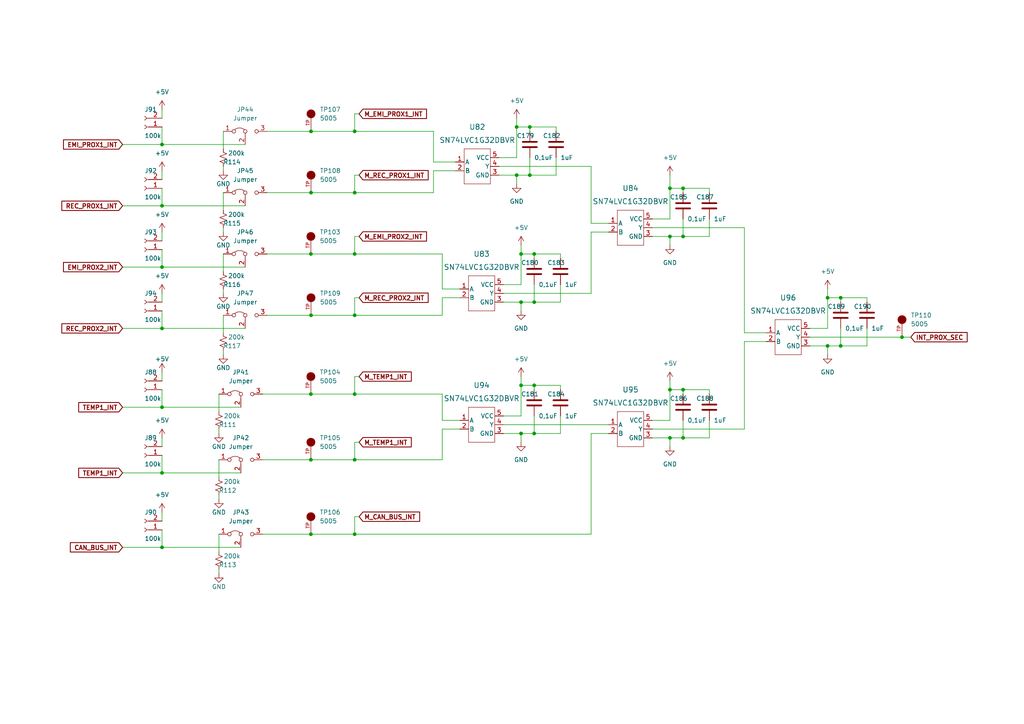
<source format=kicad_sch>
(kicad_sch (version 20211123) (generator eeschema)
  (paper "A4")
  (lib_symbols
    (symbol "Connector:Conn_01x02_Female" (pin_names (offset 1.016) hide)
      (property "Reference" "J" (at 0 2.54 0))
      (property "Value" "Conn_01x02_Female" (at 0 -5.08 0))
      (symbol "Conn_01x02_Female_1_1"
        (arc (start 0 -2.032) (mid -0.508 -2.54) (end 0 -3.048) (stroke (width 0.1524)))
        (polyline (pts (xy -1.27 -2.54) (xy -0.508 -2.54)) (stroke (width 0.1524)))
        (polyline (pts (xy -1.27 0) (xy -0.508 0)) (stroke (width 0.1524)))
        (arc (start 0 0.508) (mid -0.508 0) (end 0 -0.508) (stroke (width 0.1524)))
        (pin passive line (at -5.08 0 0) (length 3.81) (name "Pin_1") (number "1"))
        (pin passive line (at -5.08 -2.54 0) (length 3.81) (name "Pin_2") (number "2"))
      )
    )
    (symbol "Device:C" (pin_numbers hide) (pin_names (offset 0.254))
      (property "Reference" "C" (at 0.635 2.54 0))
      (property "Value" "C" (at 0.635 -2.54 0))
      (symbol "C_0_1"
        (polyline (pts (xy -2.032 -0.762) (xy 2.032 -0.762)) (stroke (width 0.508)))
        (polyline (pts (xy -2.032 0.762) (xy 2.032 0.762)) (stroke (width 0.508)))
      )
      (symbol "C_1_1"
        (pin passive line (at 0 3.81 270) (length 2.794) (name "~") (number "1"))
        (pin passive line (at 0 -3.81 90) (length 2.794) (name "~") (number "2"))
      )
    )
    (symbol "Device:R_Small_US" (pin_numbers hide) (pin_names (offset 0.254) hide)
      (property "Reference" "R" (at 0.762 0.508 0))
      (property "Value" "R_Small_US" (at 0.762 -1.016 0))
      (symbol "R_Small_US_1_1"
        (polyline (pts (xy 0 0) (xy 1.016 -0.381) (xy 0 -0.762) (xy -1.016 -1.143) (xy 0 -1.524)))
        (polyline (pts (xy 0 1.524) (xy 1.016 1.143) (xy 0 0.762) (xy -1.016 0.381) (xy 0 0)))
        (pin passive line (at 0 2.54 270) (length 1.016) (name "~") (number "1"))
        (pin passive line (at 0 -2.54 90) (length 1.016) (name "~") (number "2"))
      )
    )
    (symbol "Jumper:Jumper_3_Bridged12" (pin_names (offset 0) hide)
      (property "Reference" "JP" (at -2.54 -2.54 0))
      (property "Value" "Jumper_3_Bridged12" (at 0 2.794 0))
      (symbol "Jumper_3_Bridged12_0_0"
        (circle (center -3.302 0) (radius 0.508))
        (circle (center 0 0) (radius 0.508))
        (circle (center 3.302 0) (radius 0.508))
      )
      (symbol "Jumper_3_Bridged12_0_1"
        (arc (start -0.254 0.508) (mid -1.651 0.9912) (end -3.048 0.508))
        (polyline (pts (xy 0 -1.27) (xy 0 -0.508)))
      )
      (symbol "Jumper_3_Bridged12_1_1"
        (pin passive line (at -6.35 0 0) (length 2.54) (name "A") (number "1"))
        (pin passive line (at 0 -3.81 90) (length 2.54) (name "C") (number "2"))
        (pin passive line (at 6.35 0 180) (length 2.54) (name "B") (number "3"))
      )
    )
    (symbol "SymLib:5005" (pin_names (offset 1.016))
      (property "Reference" "TP" (at -2.54 2.54 0))
      (property "Value" "5005" (at -2.54 -3.81 0))
      (symbol "5005_0_0"
        (circle (center 0 0) (radius 0.635) (stroke (width 1.27)))
        (pin passive line (at -5.08 0 0) (length 5.08) (name "~") (number "TP"))
      )
    )
    (symbol "SymLib:SN74LVC1G32DBVR" (pin_names (offset 0.254))
      (property "Reference" "U" (at 25.4 10.16 0))
      (property "Value" "SN74LVC1G32DBVR" (at 25.4 7.62 0))
      (symbol "SN74LVC1G32DBVR_0_1"
        (polyline (pts (xy 21.59 -7.62) (xy 29.21 -7.62)) (stroke (width 0.127)))
        (polyline (pts (xy 21.59 2.54) (xy 21.59 -7.62)) (stroke (width 0.127)))
        (polyline (pts (xy 29.21 -7.62) (xy 29.21 2.54)) (stroke (width 0.127)))
        (polyline (pts (xy 29.21 2.54) (xy 21.59 2.54)) (stroke (width 0.127)))
        (pin input line (at 19.05 -1.27 0) (length 2.54) (name "A") (number "1"))
        (pin input line (at 19.05 -3.81 0) (length 2.54) (name "B") (number "2"))
        (pin power_in line (at 31.75 -5.08 180) (length 2.54) (name "GND") (number "3"))
        (pin output line (at 31.75 -2.54 180) (length 2.54) (name "Y") (number "4"))
        (pin power_in line (at 31.75 0 180) (length 2.54) (name "VCC") (number "5"))
      )
    )
    (symbol "power:+5V" (power) (pin_names (offset 0))
      (property "Value" "+5V" (at 0 3.556 0))
      (symbol "+5V_0_1"
        (polyline (pts (xy -0.762 1.27) (xy 0 2.54)))
        (polyline (pts (xy 0 0) (xy 0 2.54)))
        (polyline (pts (xy 0 2.54) (xy 0.762 1.27)))
      )
      (symbol "+5V_1_1"
        (pin power_in line (at 0 0 90) (length 0) hide (name "+5V") (number "1"))
      )
    )
    (symbol "power:GND" (power) (pin_names (offset 0))
      (property "Value" "GND" (at 0 -3.81 0))
      (symbol "GND_0_1"
        (polyline (pts (xy 0 0) (xy 0 -1.27) (xy 1.27 -1.27) (xy 0 -2.54) (xy -1.27 -1.27) (xy 0 -1.27)))
      )
      (symbol "GND_1_1"
        (pin power_in line (at 0 0 270) (length 0) hide (name "GND") (number "1"))
      )
    )
  )
  (junction (at 194.31 68.58))
  (junction (at 102.87 154.94))
  (junction (at 90.17 154.94))
  (junction (at 154.94 125.73))
  (junction (at 151.13 125.73))
  (junction (at 243.84 100.33))
  (junction (at 102.87 91.44))
  (junction (at 240.03 86.36))
  (junction (at 194.31 127))
  (junction (at 46.99 59.69))
  (junction (at 90.17 133.35))
  (junction (at 90.2099 55.88))
  (junction (at 149.86 50.8))
  (junction (at 46.99 118.11))
  (junction (at 198.12 68.58))
  (junction (at 194.31 54.61))
  (junction (at 102.87 133.35))
  (junction (at 243.84 86.36))
  (junction (at 46.99 137.16))
  (junction (at 102.87 114.3))
  (junction (at 154.94 111.76))
  (junction (at 198.12 54.61))
  (junction (at 90.17 114.3))
  (junction (at 198.12 113.03))
  (junction (at 90.17 73.66))
  (junction (at 261.62 97.79))
  (junction (at 151.13 111.76))
  (junction (at 154.94 73.66))
  (junction (at 154.94 87.63))
  (junction (at 153.67 50.8))
  (junction (at 46.99 158.75))
  (junction (at 240.03 100.33))
  (junction (at 153.67 36.83))
  (junction (at 102.87 38.1))
  (junction (at 102.87 55.88))
  (junction (at 46.99 95.25))
  (junction (at 194.31 113.03))
  (junction (at 198.12 127))
  (junction (at 46.99 41.91))
  (junction (at 102.87 73.66))
  (junction (at 149.86 36.83))
  (junction (at 90.2099 38.1))
  (junction (at 151.13 73.66))
  (junction (at 46.99 77.47))
  (junction (at 90.2099 91.44))
  (junction (at 151.13 87.63))
  (wire (pts (xy 90.17 133.35) (xy 102.87 133.35)))
  (wire (pts (xy 154.94 87.63) (xy 162.56 87.63)))
  (wire (pts (xy 215.9 124.46) (xy 189.23 124.46)))
  (wire (pts (xy 205.74 114.3) (xy 205.74 113.03)))
  (wire (pts (xy 102.87 73.66) (xy 128.27 73.66)))
  (wire (pts (xy 104.14 128.27) (xy 102.87 128.27)))
  (wire (pts (xy 90.17 154.94) (xy 102.87 154.94)))
  (wire (pts (xy 102.87 55.88) (xy 125.73 55.88)))
  (wire (pts (xy 104.14 33.02) (xy 102.87 33.02)))
  (wire (pts (xy 151.13 90.17) (xy 151.13 87.63)))
  (wire (pts (xy 154.94 87.63) (xy 151.13 87.63)))
  (wire (pts (xy 102.87 114.3) (xy 128.27 114.3)))
  (wire (pts (xy 198.12 68.58) (xy 205.74 68.58)))
  (wire (pts (xy 125.73 46.99) (xy 132.08 46.99)))
  (wire (pts (xy 222.25 99.06) (xy 215.9 99.06)))
  (wire (pts (xy 64.77 101.6) (xy 64.77 102.87)))
  (wire (pts (xy 46.99 59.69) (xy 71.12 59.69)))
  (wire (pts (xy 205.74 63.5) (xy 205.74 68.58)))
  (wire (pts (xy 128.27 121.92) (xy 133.35 121.92)))
  (wire (pts (xy 128.27 133.35) (xy 128.27 124.46)))
  (wire (pts (xy 35.56 137.16) (xy 46.99 137.16)))
  (wire (pts (xy 153.67 50.8) (xy 149.86 50.8)))
  (wire (pts (xy 243.84 100.33) (xy 251.46 100.33)))
  (wire (pts (xy 63.5 154.94) (xy 63.5 160.02)))
  (wire (pts (xy 149.86 50.8) (xy 144.78 50.8)))
  (wire (pts (xy 154.94 125.73) (xy 151.13 125.73)))
  (wire (pts (xy 125.73 49.53) (xy 132.08 49.53)))
  (wire (pts (xy 90.2099 38.1) (xy 102.87 38.1)))
  (wire (pts (xy 240.03 86.36) (xy 240.03 95.25)))
  (wire (pts (xy 46.99 41.91) (xy 71.12 41.91)))
  (wire (pts (xy 154.94 125.73) (xy 162.56 125.73)))
  (wire (pts (xy 128.27 114.3) (xy 128.27 121.92)))
  (wire (pts (xy 205.74 113.03) (xy 198.12 113.03)))
  (wire (pts (xy 146.05 120.65) (xy 151.13 120.65)))
  (wire (pts (xy 240.03 86.36) (xy 243.84 86.36)))
  (wire (pts (xy 251.46 86.36) (xy 243.84 86.36)))
  (wire (pts (xy 104.14 50.8) (xy 102.87 50.8)))
  (wire (pts (xy 205.74 54.61) (xy 198.12 54.61)))
  (wire (pts (xy 46.99 95.25) (xy 46.99 90.17)))
  (wire (pts (xy 63.5 114.3) (xy 63.5 119.38)))
  (wire (pts (xy 64.77 38.1) (xy 64.77 43.18)))
  (wire (pts (xy 162.56 74.93) (xy 162.56 73.66)))
  (wire (pts (xy 161.29 36.83) (xy 153.67 36.83)))
  (wire (pts (xy 162.56 82.55) (xy 162.56 87.63)))
  (wire (pts (xy 90.17 73.66) (xy 102.87 73.66)))
  (wire (pts (xy 194.31 113.03) (xy 194.31 121.92)))
  (wire (pts (xy 198.12 63.5) (xy 198.12 68.58)))
  (wire (pts (xy 171.45 64.77) (xy 176.53 64.77)))
  (wire (pts (xy 77.47 38.1) (xy 90.2099 38.1)))
  (wire (pts (xy 128.27 86.36) (xy 133.35 86.36)))
  (wire (pts (xy 194.31 113.03) (xy 198.12 113.03)))
  (wire (pts (xy 153.67 38.1) (xy 153.67 36.83)))
  (wire (pts (xy 77.47 55.88) (xy 90.2099 55.88)))
  (wire (pts (xy 240.03 83.82) (xy 240.03 86.36)))
  (wire (pts (xy 198.12 68.58) (xy 194.31 68.58)))
  (wire (pts (xy 151.13 73.66) (xy 154.94 73.66)))
  (wire (pts (xy 154.94 74.93) (xy 154.94 73.66)))
  (wire (pts (xy 46.99 158.75) (xy 69.85 158.75)))
  (wire (pts (xy 198.12 121.92) (xy 198.12 127)))
  (wire (pts (xy 194.31 54.61) (xy 198.12 54.61)))
  (wire (pts (xy 46.99 85.09) (xy 46.99 87.63)))
  (wire (pts (xy 102.87 154.94) (xy 171.45 154.94)))
  (wire (pts (xy 151.13 71.12) (xy 151.13 73.66)))
  (wire (pts (xy 128.27 73.66) (xy 128.27 83.82)))
  (wire (pts (xy 215.9 96.52) (xy 222.25 96.52)))
  (wire (pts (xy 46.99 67.31) (xy 46.99 69.85)))
  (wire (pts (xy 64.77 83.82) (xy 64.77 85.09)))
  (wire (pts (xy 128.27 91.44) (xy 128.27 86.36)))
  (wire (pts (xy 144.78 48.26) (xy 171.45 48.26)))
  (wire (pts (xy 64.77 66.04) (xy 64.77 67.31)))
  (wire (pts (xy 64.77 91.44) (xy 64.77 96.52)))
  (wire (pts (xy 153.67 45.72) (xy 153.67 50.8)))
  (wire (pts (xy 46.99 107.95) (xy 46.99 110.49)))
  (wire (pts (xy 149.86 34.29) (xy 149.86 36.83)))
  (wire (pts (xy 162.56 120.65) (xy 162.56 125.73)))
  (wire (pts (xy 154.94 82.55) (xy 154.94 87.63)))
  (wire (pts (xy 35.56 41.91) (xy 46.99 41.91)))
  (wire (pts (xy 128.27 124.46) (xy 133.35 124.46)))
  (wire (pts (xy 63.5 133.35) (xy 63.5 138.43)))
  (wire (pts (xy 63.5 124.46) (xy 63.5 125.73)))
  (wire (pts (xy 198.12 55.88) (xy 198.12 54.61)))
  (wire (pts (xy 46.99 77.47) (xy 71.12 77.47)))
  (wire (pts (xy 46.99 148.59) (xy 46.99 151.13)))
  (wire (pts (xy 234.95 95.25) (xy 240.03 95.25)))
  (wire (pts (xy 104.14 149.86) (xy 102.87 149.86)))
  (wire (pts (xy 162.56 111.76) (xy 154.94 111.76)))
  (wire (pts (xy 194.31 110.49) (xy 194.31 113.03)))
  (wire (pts (xy 90.2099 91.44) (xy 102.87 91.44)))
  (wire (pts (xy 104.14 109.22) (xy 102.87 109.22)))
  (wire (pts (xy 198.12 127) (xy 205.74 127)))
  (wire (pts (xy 215.9 66.04) (xy 215.9 96.52)))
  (wire (pts (xy 46.99 49.53) (xy 46.99 52.07)))
  (wire (pts (xy 46.99 41.91) (xy 46.99 36.83)))
  (wire (pts (xy 151.13 111.76) (xy 151.13 120.65)))
  (wire (pts (xy 151.13 125.73) (xy 146.05 125.73)))
  (wire (pts (xy 125.73 55.88) (xy 125.73 49.53)))
  (wire (pts (xy 102.87 91.44) (xy 128.27 91.44)))
  (wire (pts (xy 194.31 127) (xy 189.23 127)))
  (wire (pts (xy 46.99 158.75) (xy 46.99 153.67)))
  (wire (pts (xy 46.99 127) (xy 46.99 129.54)))
  (wire (pts (xy 171.45 154.94) (xy 171.45 125.73)))
  (wire (pts (xy 77.47 91.44) (xy 90.2099 91.44)))
  (wire (pts (xy 261.62 97.79) (xy 264.16 97.79)))
  (wire (pts (xy 90.2099 55.88) (xy 102.87 55.88)))
  (wire (pts (xy 240.03 100.33) (xy 234.95 100.33)))
  (wire (pts (xy 171.45 67.31) (xy 171.45 85.09)))
  (wire (pts (xy 251.46 87.63) (xy 251.46 86.36)))
  (wire (pts (xy 154.94 113.03) (xy 154.94 111.76)))
  (wire (pts (xy 149.86 36.83) (xy 149.86 45.72)))
  (wire (pts (xy 151.13 87.63) (xy 146.05 87.63)))
  (wire (pts (xy 90.17 114.3) (xy 76.2 114.3)))
  (wire (pts (xy 205.74 55.88) (xy 205.74 54.61)))
  (wire (pts (xy 102.87 133.35) (xy 128.27 133.35)))
  (wire (pts (xy 149.86 53.34) (xy 149.86 50.8)))
  (wire (pts (xy 64.77 48.26) (xy 64.77 49.53)))
  (wire (pts (xy 64.77 55.88) (xy 64.77 60.96)))
  (wire (pts (xy 46.99 59.69) (xy 46.99 54.61)))
  (wire (pts (xy 102.87 33.02) (xy 102.87 38.1)))
  (wire (pts (xy 146.05 82.55) (xy 151.13 82.55)))
  (wire (pts (xy 205.74 121.92) (xy 205.74 127)))
  (wire (pts (xy 161.29 38.1) (xy 161.29 36.83)))
  (wire (pts (xy 77.47 73.66) (xy 90.17 73.66)))
  (wire (pts (xy 198.12 127) (xy 194.31 127)))
  (wire (pts (xy 243.84 87.63) (xy 243.84 86.36)))
  (wire (pts (xy 144.78 45.72) (xy 149.86 45.72)))
  (wire (pts (xy 234.95 97.79) (xy 261.62 97.79)))
  (wire (pts (xy 35.56 118.11) (xy 46.99 118.11)))
  (wire (pts (xy 149.86 36.83) (xy 153.67 36.83)))
  (wire (pts (xy 102.87 86.36) (xy 102.87 91.44)))
  (wire (pts (xy 35.56 59.69) (xy 46.99 59.69)))
  (wire (pts (xy 243.84 100.33) (xy 240.03 100.33)))
  (wire (pts (xy 90.17 114.3) (xy 102.87 114.3)))
  (wire (pts (xy 76.2 133.35) (xy 90.17 133.35)))
  (wire (pts (xy 151.13 128.27) (xy 151.13 125.73)))
  (wire (pts (xy 46.99 137.16) (xy 46.99 132.08)))
  (wire (pts (xy 63.5 143.51) (xy 63.5 144.78)))
  (wire (pts (xy 194.31 71.12) (xy 194.31 68.58)))
  (wire (pts (xy 251.46 95.25) (xy 251.46 100.33)))
  (wire (pts (xy 151.13 73.66) (xy 151.13 82.55)))
  (wire (pts (xy 35.56 77.47) (xy 46.99 77.47)))
  (wire (pts (xy 46.99 77.47) (xy 46.99 72.39)))
  (wire (pts (xy 146.05 85.09) (xy 171.45 85.09)))
  (wire (pts (xy 64.77 73.66) (xy 64.77 78.74)))
  (wire (pts (xy 171.45 48.26) (xy 171.45 64.77)))
  (wire (pts (xy 102.87 149.86) (xy 102.87 154.94)))
  (wire (pts (xy 189.23 66.04) (xy 215.9 66.04)))
  (wire (pts (xy 102.87 38.1) (xy 125.73 38.1)))
  (wire (pts (xy 63.5 165.1) (xy 63.5 166.37)))
  (wire (pts (xy 153.67 50.8) (xy 161.29 50.8)))
  (wire (pts (xy 151.13 111.76) (xy 154.94 111.76)))
  (wire (pts (xy 189.23 121.92) (xy 194.31 121.92)))
  (wire (pts (xy 35.56 158.75) (xy 46.99 158.75)))
  (wire (pts (xy 176.53 67.31) (xy 171.45 67.31)))
  (wire (pts (xy 162.56 113.03) (xy 162.56 111.76)))
  (wire (pts (xy 102.87 109.22) (xy 102.87 114.3)))
  (wire (pts (xy 154.94 120.65) (xy 154.94 125.73)))
  (wire (pts (xy 102.87 50.8) (xy 102.87 55.88)))
  (wire (pts (xy 151.13 109.22) (xy 151.13 111.76)))
  (wire (pts (xy 215.9 99.06) (xy 215.9 124.46)))
  (wire (pts (xy 102.87 68.58) (xy 102.87 73.66)))
  (wire (pts (xy 35.56 95.25) (xy 46.99 95.25)))
  (wire (pts (xy 162.56 73.66) (xy 154.94 73.66)))
  (wire (pts (xy 104.14 86.36) (xy 102.87 86.36)))
  (wire (pts (xy 194.31 50.8) (xy 194.31 54.61)))
  (wire (pts (xy 46.99 95.25) (xy 71.12 95.25)))
  (wire (pts (xy 240.03 102.87) (xy 240.03 100.33)))
  (wire (pts (xy 194.31 54.61) (xy 194.31 63.5)))
  (wire (pts (xy 198.12 114.3) (xy 198.12 113.03)))
  (wire (pts (xy 46.99 118.11) (xy 46.99 113.03)))
  (wire (pts (xy 194.31 129.54) (xy 194.31 127)))
  (wire (pts (xy 194.31 68.58) (xy 189.23 68.58)))
  (wire (pts (xy 146.05 123.19) (xy 176.53 123.19)))
  (wire (pts (xy 243.84 95.25) (xy 243.84 100.33)))
  (wire (pts (xy 171.45 125.73) (xy 176.53 125.73)))
  (wire (pts (xy 104.14 68.58) (xy 102.87 68.58)))
  (wire (pts (xy 76.2 154.94) (xy 90.17 154.94)))
  (wire (pts (xy 46.99 118.11) (xy 69.85 118.11)))
  (wire (pts (xy 161.29 45.72) (xy 161.29 50.8)))
  (wire (pts (xy 189.23 63.5) (xy 194.31 63.5)))
  (wire (pts (xy 125.73 38.1) (xy 125.73 46.99)))
  (wire (pts (xy 46.99 31.75) (xy 46.99 34.29)))
  (wire (pts (xy 128.27 83.82) (xy 133.35 83.82)))
  (wire (pts (xy 102.87 128.27) (xy 102.87 133.35)))
  (wire (pts (xy 46.99 137.16) (xy 69.85 137.16)))
  (global_label "M_CAN_BUS_INT" (shape input) (at 104.14 149.86 0) (effects (font bold)) (property "Intersheet References" "${INTERSHEET_REFS}" (effects hide)))
  (global_label "CAN_BUS_INT" (shape input) (at 35.56 158.75 180) (effects (font bold)) (property "Intersheet References" "${INTERSHEET_REFS}" (effects hide)))
  (global_label "TEMP1_INT" (shape input) (at 35.56 118.11 180) (effects (font bold)) (property "Intersheet References" "${INTERSHEET_REFS}" (effects hide)))
  (global_label "M_EMI_PROX2_INT" (shape input) (at 104.14 68.58 0) (effects (font bold)) (property "Intersheet References" "${INTERSHEET_REFS}" (effects hide)))
  (global_label "M_TEMP1_INT" (shape input) (at 104.14 128.27 0) (effects (font bold)) (property "Intersheet References" "${INTERSHEET_REFS}" (effects hide)))
  (global_label "M_TEMP1_INT" (shape input) (at 104.14 109.22 0) (effects (font bold)) (property "Intersheet References" "${INTERSHEET_REFS}" (effects hide)))
  (global_label "M_REC_PROX1_INT" (shape input) (at 104.14 50.8 0) (effects (font bold)) (property "Intersheet References" "${INTERSHEET_REFS}" (effects hide)))
  (global_label "EMI_PROX2_INT" (shape input) (at 35.56 77.47 180) (effects (font bold)) (property "Intersheet References" "${INTERSHEET_REFS}" (effects hide)))
  (global_label "TEMP1_INT" (shape input) (at 35.56 137.16 180) (effects (font bold)) (property "Intersheet References" "${INTERSHEET_REFS}" (effects hide)))
  (global_label "M_EMI_PROX1_INT" (shape input) (at 104.14 33.02 0) (effects (font bold)) (property "Intersheet References" "${INTERSHEET_REFS}" (effects hide)))
  (global_label "REC_PROX2_INT" (shape input) (at 35.56 95.25 180) (effects (font bold)) (property "Intersheet References" "${INTERSHEET_REFS}" (effects hide)))
  (global_label "M_REC_PROX2_INT" (shape input) (at 104.14 86.36 0) (effects (font bold)) (property "Intersheet References" "${INTERSHEET_REFS}" (effects hide)))
  (global_label "REC_PROX1_INT" (shape input) (at 35.56 59.69 180) (effects (font bold)) (property "Intersheet References" "${INTERSHEET_REFS}" (effects hide)))
  (global_label "INT_PROX_SEC" (shape input) (at 264.16 97.79 0) (effects (font bold)) (property "Intersheet References" "${INTERSHEET_REFS}" (effects hide)))
  (global_label "EMI_PROX1_INT" (shape input) (at 35.56 41.91 180) (effects (font bold)) (property "Intersheet References" "${INTERSHEET_REFS}" (effects hide)))
  (symbol (lib_id "Jumper:Jumper_3_Bridged12") (at 71.12 55.88 0) (unit 1)
    (property "Reference" "JP45" (at 71.12 49.53 0))
    (property "Value" "Jumper" (at 71.12 52.07 0))
    (property "Footprint" "Connector_PinHeader_2.54mm:PinHeader_1x03_P2.54mm_Vertical" (effects hide))
  )
  (symbol (lib_id "power:GND") (at 151.13 128.27 0) (unit 1)
    (property "Reference" "#PWR0469" (effects hide))
    (property "Value" "GND" (at 151.13 133.35 0))
  )
  (symbol (lib_id "Device:C") (at 198.12 118.11 0) (unit 1)
    (property "Reference" "C186" (at 194.31 115.57 0) (effects (justify left)))
    (property "Value" "0,1uF" (at 199.39 121.92 0) (effects (justify left)))
    (property "Footprint" "Capacitor_SMD:C_0603_1608Metric" (effects hide))
  )
  (symbol (lib_id "Device:C") (at 162.56 78.74 0) (unit 1)
    (property "Reference" "C183" (at 158.75 76.2 0) (effects (justify left)))
    (property "Value" "1uF" (at 163.83 82.55 0) (effects (justify left)))
    (property "Footprint" "Capacitor_SMD:C_0603_1608Metric" (effects hide))
  )
  (symbol (lib_id "SymLib:SN74LVC1G32DBVR") (at 113.03 45.72 0) (unit 1)
    (property "Reference" "U82" (at 138.43 36.83 0) (effects (font (size 1.524 1.524))))
    (property "Value" "SN74LVC1G32DBVR" (at 138.43 40.64 0) (effects (font (size 1.524 1.524))))
    (property "Footprint" "FootPrint:SOT95P270X145-5N" (effects hide))
  )
  (symbol (lib_id "power:GND") (at 151.13 90.17 0) (unit 1)
    (property "Reference" "#PWR0445" (effects hide))
    (property "Value" "GND" (at 151.13 95.25 0))
  )
  (symbol (lib_id "Device:R_Small_US") (at 63.5 121.92 0) (unit 1)
    (property "Reference" "R111" (at 66.04 123.19 0))
    (property "Value" "200k" (at 67.31 120.65 0))
    (property "Footprint" "Resistor_SMD:R_0603_1608Metric" (effects hide))
  )
  (symbol (lib_id "Device:C") (at 153.67 41.91 0) (unit 1)
    (property "Reference" "C179" (at 149.86 39.37 0) (effects (justify left)))
    (property "Value" "0,1uF" (at 154.94 45.72 0) (effects (justify left)))
    (property "Footprint" "Capacitor_SMD:C_0603_1608Metric" (effects hide))
  )
  (symbol (lib_id "Jumper:Jumper_3_Bridged12") (at 71.12 38.1 0) (unit 1)
    (property "Reference" "JP44" (at 71.12 31.75 0))
    (property "Value" "Jumper" (at 71.12 34.29 0))
    (property "Footprint" "Connector_PinHeader_2.54mm:PinHeader_1x03_P2.54mm_Vertical" (effects hide))
  )
  (symbol (lib_id "power:GND") (at 194.31 71.12 0) (unit 1)
    (property "Reference" "#PWR0448" (effects hide))
    (property "Value" "GND" (at 194.31 76.2 0))
  )
  (symbol (lib_id "Connector:Conn_01x02_Female") (at 41.91 153.67 180) (unit 1)
    (property "Reference" "J90" (at 41.91 148.59 0) (effects (justify right)))
    (property "Value" "100k" (at 41.91 156.21 0) (effects (justify right)))
    (property "Footprint" "Connector_PinHeader_2.54mm:PinHeader_1x02_P2.54mm_Vertical" (effects hide))
  )
  (symbol (lib_id "power:GND") (at 149.86 53.34 0) (unit 1)
    (property "Reference" "#PWR0444" (effects hide))
    (property "Value" "GND" (at 149.86 58.42 0))
  )
  (symbol (lib_id "SymLib:SN74LVC1G32DBVR") (at 157.48 121.92 0) (unit 1)
    (property "Reference" "U95" (at 182.88 113.03 0) (effects (font (size 1.524 1.524))))
    (property "Value" "SN74LVC1G32DBVR" (at 182.88 116.84 0) (effects (font (size 1.524 1.524))))
    (property "Footprint" "FootPrint:SOT95P270X145-5N" (effects hide))
  )
  (symbol (lib_id "power:+5V") (at 151.13 109.22 0) (unit 1)
    (property "Reference" "#PWR0468" (effects hide))
    (property "Value" "+5V" (at 151.13 104.14 0))
  )
  (symbol (lib_id "power:GND") (at 64.77 67.31 0) (unit 1)
    (property "Reference" "#PWR0441" (effects hide))
    (property "Value" "GND" (at 64.77 71.12 0))
  )
  (symbol (lib_id "SymLib:5005") (at 90.17 109.22 90) (unit 1)
    (property "Reference" "TP104" (at 92.71 107.9499 90) (effects (justify right)))
    (property "Value" "5005" (at 92.71 110.4899 90) (effects (justify right)))
    (property "Footprint" "FootPrint:KEYSTONE_5005" (effects hide))
    (property "MF" "Keystone Electronics" (effects hide))
    (property "DESCRIPTION" "Compact THM Test Point -Red" (effects hide))
    (property "PACKAGE" "NON STANDARD-1 Keystone" (effects hide))
    (property "PRICE" "None" (effects hide))
    (property "MP" "5005" (effects hide))
    (property "AVAILABILITY" "In Stock" (effects hide))
    (property "PURCHASE-URL" "https://pricing.snapeda.com/search/part/5005/?ref=eda" (effects hide))
  )
  (symbol (lib_id "Device:R_Small_US") (at 64.77 45.72 0) (unit 1)
    (property "Reference" "R114" (at 67.31 46.99 0))
    (property "Value" "200k" (at 68.58 44.45 0))
    (property "Footprint" "Resistor_SMD:R_0603_1608Metric" (effects hide))
  )
  (symbol (lib_id "power:GND") (at 63.5 166.37 0) (unit 1)
    (property "Reference" "#PWR0467" (effects hide))
    (property "Value" "GND" (at 63.5 170.18 0))
  )
  (symbol (lib_id "Connector:Conn_01x02_Female") (at 41.91 54.61 180) (unit 1)
    (property "Reference" "J92" (at 41.91 49.53 0) (effects (justify right)))
    (property "Value" "100k" (at 41.91 57.15 0) (effects (justify right)))
    (property "Footprint" "Connector_PinHeader_2.54mm:PinHeader_1x02_P2.54mm_Vertical" (effects hide))
  )
  (symbol (lib_id "Connector:Conn_01x02_Female") (at 41.91 90.17 180) (unit 1)
    (property "Reference" "J94" (at 41.91 85.09 0) (effects (justify right)))
    (property "Value" "100k" (at 41.91 92.71 0) (effects (justify right)))
    (property "Footprint" "Connector_PinHeader_2.54mm:PinHeader_1x02_P2.54mm_Vertical" (effects hide))
  )
  (symbol (lib_id "Device:C") (at 162.56 116.84 0) (unit 1)
    (property "Reference" "C184" (at 158.75 114.3 0) (effects (justify left)))
    (property "Value" "1uF" (at 163.83 120.65 0) (effects (justify left)))
    (property "Footprint" "Capacitor_SMD:C_0603_1608Metric" (effects hide))
  )
  (symbol (lib_id "power:+5V") (at 46.99 49.53 0) (unit 1)
    (property "Reference" "#PWR0437" (effects hide))
    (property "Value" "+5V" (at 46.99 44.45 0))
  )
  (symbol (lib_id "Device:C") (at 205.74 118.11 0) (unit 1)
    (property "Reference" "C188" (at 201.93 115.57 0) (effects (justify left)))
    (property "Value" "1uF" (at 207.01 121.92 0) (effects (justify left)))
    (property "Footprint" "Capacitor_SMD:C_0603_1608Metric" (effects hide))
  )
  (symbol (lib_id "SymLib:5005") (at 90.2099 50.8 90) (unit 1)
    (property "Reference" "TP108" (at 92.7499 49.5299 90) (effects (justify right)))
    (property "Value" "5005" (at 92.7499 52.0699 90) (effects (justify right)))
    (property "Footprint" "FootPrint:KEYSTONE_5005" (effects hide))
    (property "MF" "Keystone Electronics" (effects hide))
    (property "DESCRIPTION" "Compact THM Test Point -Red" (effects hide))
    (property "PACKAGE" "NON STANDARD-1 Keystone" (effects hide))
    (property "PRICE" "None" (effects hide))
    (property "MP" "5005" (effects hide))
    (property "AVAILABILITY" "In Stock" (effects hide))
    (property "PURCHASE-URL" "https://pricing.snapeda.com/search/part/5005/?ref=eda" (effects hide))
  )
  (symbol (lib_id "SymLib:SN74LVC1G32DBVR") (at 114.3 120.65 0) (unit 1)
    (property "Reference" "U94" (at 139.7 111.76 0) (effects (font (size 1.524 1.524))))
    (property "Value" "SN74LVC1G32DBVR" (at 139.7 115.57 0) (effects (font (size 1.524 1.524))))
    (property "Footprint" "FootPrint:SOT95P270X145-5N" (effects hide))
  )
  (symbol (lib_id "power:+5V") (at 240.03 83.82 0) (unit 1)
    (property "Reference" "#PWR0472" (effects hide))
    (property "Value" "+5V" (at 240.03 78.74 0))
  )
  (symbol (lib_id "Jumper:Jumper_3_Bridged12") (at 71.12 73.66 0) (unit 1)
    (property "Reference" "JP46" (at 71.12 67.31 0))
    (property "Value" "Jumper" (at 71.12 69.85 0))
    (property "Footprint" "Connector_PinHeader_2.54mm:PinHeader_1x03_P2.54mm_Vertical" (effects hide))
  )
  (symbol (lib_id "Device:C") (at 205.74 59.69 0) (unit 1)
    (property "Reference" "C187" (at 201.93 57.15 0) (effects (justify left)))
    (property "Value" "1uF" (at 207.01 63.5 0) (effects (justify left)))
    (property "Footprint" "Capacitor_SMD:C_0603_1608Metric" (effects hide))
  )
  (symbol (lib_id "SymLib:5005") (at 90.2099 33.02 90) (unit 1)
    (property "Reference" "TP107" (at 92.7499 31.7499 90) (effects (justify right)))
    (property "Value" "5005" (at 92.7499 34.2899 90) (effects (justify right)))
    (property "Footprint" "FootPrint:KEYSTONE_5005" (effects hide))
    (property "MF" "Keystone Electronics" (effects hide))
    (property "DESCRIPTION" "Compact THM Test Point -Red" (effects hide))
    (property "PACKAGE" "NON STANDARD-1 Keystone" (effects hide))
    (property "PRICE" "None" (effects hide))
    (property "MP" "5005" (effects hide))
    (property "AVAILABILITY" "In Stock" (effects hide))
    (property "PURCHASE-URL" "https://pricing.snapeda.com/search/part/5005/?ref=eda" (effects hide))
  )
  (symbol (lib_id "power:GND") (at 64.77 85.09 0) (unit 1)
    (property "Reference" "#PWR0442" (effects hide))
    (property "Value" "GND" (at 64.77 88.9 0))
  )
  (symbol (lib_id "power:+5V") (at 46.99 85.09 0) (unit 1)
    (property "Reference" "#PWR0439" (effects hide))
    (property "Value" "+5V" (at 46.99 80.01 0))
  )
  (symbol (lib_id "power:GND") (at 64.77 49.53 0) (unit 1)
    (property "Reference" "#PWR0440" (effects hide))
    (property "Value" "GND" (at 64.77 53.34 0))
  )
  (symbol (lib_id "SymLib:5005") (at 90.17 149.86 90) (unit 1)
    (property "Reference" "TP106" (at 92.71 148.5899 90) (effects (justify right)))
    (property "Value" "5005" (at 92.71 151.1299 90) (effects (justify right)))
    (property "Footprint" "FootPrint:KEYSTONE_5005" (effects hide))
    (property "MF" "Keystone Electronics" (effects hide))
    (property "DESCRIPTION" "Compact THM Test Point -Red" (effects hide))
    (property "PACKAGE" "NON STANDARD-1 Keystone" (effects hide))
    (property "PRICE" "None" (effects hide))
    (property "MP" "5005" (effects hide))
    (property "AVAILABILITY" "In Stock" (effects hide))
    (property "PURCHASE-URL" "https://pricing.snapeda.com/search/part/5005/?ref=eda" (effects hide))
  )
  (symbol (lib_id "power:GND") (at 63.5 144.78 0) (unit 1)
    (property "Reference" "#PWR0466" (effects hide))
    (property "Value" "GND" (at 63.5 148.59 0))
  )
  (symbol (lib_id "Connector:Conn_01x02_Female") (at 41.91 36.83 180) (unit 1)
    (property "Reference" "J91" (at 41.91 31.75 0) (effects (justify right)))
    (property "Value" "100k" (at 41.91 39.37 0) (effects (justify right)))
    (property "Footprint" "Connector_PinHeader_2.54mm:PinHeader_1x02_P2.54mm_Vertical" (effects hide))
  )
  (symbol (lib_id "power:GND") (at 64.77 102.87 0) (unit 1)
    (property "Reference" "#PWR0443" (effects hide))
    (property "Value" "GND" (at 64.77 106.68 0))
  )
  (symbol (lib_id "power:+5V") (at 46.99 107.95 0) (unit 1)
    (property "Reference" "#PWR0462" (effects hide))
    (property "Value" "+5V" (at 46.99 104.14 0))
  )
  (symbol (lib_id "Device:C") (at 154.94 116.84 0) (unit 1)
    (property "Reference" "C181" (at 151.13 114.3 0) (effects (justify left)))
    (property "Value" "0,1uF" (at 156.21 120.65 0) (effects (justify left)))
    (property "Footprint" "Capacitor_SMD:C_0603_1608Metric" (effects hide))
  )
  (symbol (lib_id "SymLib:SN74LVC1G32DBVR") (at 203.2 95.25 0) (unit 1)
    (property "Reference" "U96" (at 228.6 86.36 0) (effects (font (size 1.524 1.524))))
    (property "Value" "SN74LVC1G32DBVR" (at 228.6 90.17 0) (effects (font (size 1.524 1.524))))
    (property "Footprint" "FootPrint:SOT95P270X145-5N" (effects hide))
  )
  (symbol (lib_id "SymLib:SN74LVC1G32DBVR") (at 157.48 63.5 0) (unit 1)
    (property "Reference" "U84" (at 182.88 54.61 0) (effects (font (size 1.524 1.524))))
    (property "Value" "SN74LVC1G32DBVR" (at 182.88 58.42 0) (effects (font (size 1.524 1.524))))
    (property "Footprint" "FootPrint:SOT95P270X145-5N" (effects hide))
  )
  (symbol (lib_id "SymLib:5005") (at 90.17 128.27 90) (unit 1)
    (property "Reference" "TP105" (at 92.71 126.9999 90) (effects (justify right)))
    (property "Value" "5005" (at 92.71 129.5399 90) (effects (justify right)))
    (property "Footprint" "FootPrint:KEYSTONE_5005" (effects hide))
    (property "MF" "Keystone Electronics" (effects hide))
    (property "DESCRIPTION" "Compact THM Test Point -Red" (effects hide))
    (property "PACKAGE" "NON STANDARD-1 Keystone" (effects hide))
    (property "PRICE" "None" (effects hide))
    (property "MP" "5005" (effects hide))
    (property "AVAILABILITY" "In Stock" (effects hide))
    (property "PURCHASE-URL" "https://pricing.snapeda.com/search/part/5005/?ref=eda" (effects hide))
  )
  (symbol (lib_id "SymLib:5005") (at 90.17 68.58 90) (unit 1)
    (property "Reference" "TP103" (at 92.71 67.3099 90) (effects (justify right)))
    (property "Value" "5005" (at 92.71 69.8499 90) (effects (justify right)))
    (property "Footprint" "FootPrint:KEYSTONE_5005" (effects hide))
    (property "MF" "Keystone Electronics" (effects hide))
    (property "DESCRIPTION" "Compact THM Test Point -Red" (effects hide))
    (property "PACKAGE" "NON STANDARD-1 Keystone" (effects hide))
    (property "PRICE" "None" (effects hide))
    (property "MP" "5005" (effects hide))
    (property "AVAILABILITY" "In Stock" (effects hide))
    (property "PURCHASE-URL" "https://pricing.snapeda.com/search/part/5005/?ref=eda" (effects hide))
  )
  (symbol (lib_id "SymLib:5005") (at 90.2099 86.36 90) (unit 1)
    (property "Reference" "TP109" (at 92.7499 85.0899 90) (effects (justify right)))
    (property "Value" "5005" (at 92.7499 87.6299 90) (effects (justify right)))
    (property "Footprint" "FootPrint:KEYSTONE_5005" (effects hide))
    (property "MF" "Keystone Electronics" (effects hide))
    (property "DESCRIPTION" "Compact THM Test Point -Red" (effects hide))
    (property "PACKAGE" "NON STANDARD-1 Keystone" (effects hide))
    (property "PRICE" "None" (effects hide))
    (property "MP" "5005" (effects hide))
    (property "AVAILABILITY" "In Stock" (effects hide))
    (property "PURCHASE-URL" "https://pricing.snapeda.com/search/part/5005/?ref=eda" (effects hide))
  )
  (symbol (lib_id "Device:C") (at 243.84 91.44 0) (unit 1)
    (property "Reference" "C189" (at 240.03 88.9 0) (effects (justify left)))
    (property "Value" "0,1uF" (at 245.11 95.25 0) (effects (justify left)))
    (property "Footprint" "Capacitor_SMD:C_0603_1608Metric" (effects hide))
  )
  (symbol (lib_id "Device:C") (at 251.46 91.44 0) (unit 1)
    (property "Reference" "C190" (at 247.65 88.9 0) (effects (justify left)))
    (property "Value" "1uF" (at 252.73 95.25 0) (effects (justify left)))
    (property "Footprint" "Capacitor_SMD:C_0603_1608Metric" (effects hide))
  )
  (symbol (lib_id "Device:R_Small_US") (at 64.77 63.5 0) (unit 1)
    (property "Reference" "R115" (at 67.31 64.77 0))
    (property "Value" "200k" (at 68.58 62.23 0))
    (property "Footprint" "Resistor_SMD:R_0603_1608Metric" (effects hide))
  )
  (symbol (lib_id "power:+5V") (at 46.99 148.59 0) (unit 1)
    (property "Reference" "#PWR0464" (effects hide))
    (property "Value" "+5V" (at 46.99 143.51 0))
  )
  (symbol (lib_id "Device:C") (at 161.29 41.91 0) (unit 1)
    (property "Reference" "C182" (at 157.48 39.37 0) (effects (justify left)))
    (property "Value" "1uF" (at 162.56 45.72 0) (effects (justify left)))
    (property "Footprint" "Capacitor_SMD:C_0603_1608Metric" (effects hide))
  )
  (symbol (lib_id "Device:C") (at 154.94 78.74 0) (unit 1)
    (property "Reference" "C180" (at 151.13 76.2 0) (effects (justify left)))
    (property "Value" "0,1uF" (at 156.21 82.55 0) (effects (justify left)))
    (property "Footprint" "Capacitor_SMD:C_0603_1608Metric" (effects hide))
  )
  (symbol (lib_id "SymLib:5005") (at 261.62 92.71 90) (unit 1)
    (property "Reference" "TP110" (at 264.16 91.4399 90) (effects (justify right)))
    (property "Value" "5005" (at 264.16 93.9799 90) (effects (justify right)))
    (property "Footprint" "FootPrint:KEYSTONE_5005" (effects hide))
    (property "MF" "Keystone Electronics" (effects hide))
    (property "DESCRIPTION" "Compact THM Test Point -Red" (effects hide))
    (property "PACKAGE" "NON STANDARD-1 Keystone" (effects hide))
    (property "PRICE" "None" (effects hide))
    (property "MP" "5005" (effects hide))
    (property "AVAILABILITY" "In Stock" (effects hide))
    (property "PURCHASE-URL" "https://pricing.snapeda.com/search/part/5005/?ref=eda" (effects hide))
  )
  (symbol (lib_id "power:GND") (at 240.03 102.87 0) (unit 1)
    (property "Reference" "#PWR0473" (effects hide))
    (property "Value" "GND" (at 240.03 107.95 0))
  )
  (symbol (lib_id "Device:R_Small_US") (at 64.77 99.06 0) (unit 1)
    (property "Reference" "R117" (at 67.31 100.33 0))
    (property "Value" "200k" (at 68.58 97.79 0))
    (property "Footprint" "Resistor_SMD:R_0603_1608Metric" (effects hide))
  )
  (symbol (lib_id "power:+5V") (at 46.99 67.31 0) (unit 1)
    (property "Reference" "#PWR0438" (effects hide))
    (property "Value" "+5V" (at 46.99 62.23 0))
  )
  (symbol (lib_id "power:+5V") (at 46.99 31.75 0) (unit 1)
    (property "Reference" "#PWR0436" (effects hide))
    (property "Value" "+5V" (at 46.99 26.67 0))
  )
  (symbol (lib_id "Connector:Conn_01x02_Female") (at 41.91 132.08 180) (unit 1)
    (property "Reference" "J89" (at 41.91 127 0) (effects (justify right)))
    (property "Value" "100k" (at 41.91 134.62 0) (effects (justify right)))
    (property "Footprint" "Connector_PinHeader_2.54mm:PinHeader_1x02_P2.54mm_Vertical" (effects hide))
  )
  (symbol (lib_id "power:+5V") (at 194.31 50.8 0) (unit 1)
    (property "Reference" "#PWR0449" (effects hide))
    (property "Value" "+5V" (at 194.31 45.72 0))
  )
  (symbol (lib_id "Jumper:Jumper_3_Bridged12") (at 71.12 91.44 0) (unit 1)
    (property "Reference" "JP47" (at 71.12 85.09 0))
    (property "Value" "Jumper" (at 71.12 87.63 0))
    (property "Footprint" "Connector_PinHeader_2.54mm:PinHeader_1x03_P2.54mm_Vertical" (effects hide))
  )
  (symbol (lib_id "Connector:Conn_01x02_Female") (at 41.91 113.03 180) (unit 1)
    (property "Reference" "J88" (at 41.91 107.95 0) (effects (justify right)))
    (property "Value" "100k" (at 41.91 115.57 0) (effects (justify right)))
    (property "Footprint" "Connector_PinHeader_2.54mm:PinHeader_1x02_P2.54mm_Vertical" (effects hide))
  )
  (symbol (lib_id "Jumper:Jumper_3_Bridged12") (at 69.85 154.94 0) (unit 1)
    (property "Reference" "JP43" (at 69.85 148.59 0))
    (property "Value" "Jumper" (at 69.85 151.13 0))
    (property "Footprint" "Connector_PinHeader_2.54mm:PinHeader_1x03_P2.54mm_Vertical" (effects hide))
  )
  (symbol (lib_id "Connector:Conn_01x02_Female") (at 41.91 72.39 180) (unit 1)
    (property "Reference" "J93" (at 41.91 67.31 0) (effects (justify right)))
    (property "Value" "100k" (at 41.91 74.93 0) (effects (justify right)))
    (property "Footprint" "Connector_PinHeader_2.54mm:PinHeader_1x02_P2.54mm_Vertical" (effects hide))
  )
  (symbol (lib_id "Device:C") (at 198.12 59.69 0) (unit 1)
    (property "Reference" "C185" (at 194.31 57.15 0) (effects (justify left)))
    (property "Value" "0,1uF" (at 199.39 63.5 0) (effects (justify left)))
    (property "Footprint" "Capacitor_SMD:C_0603_1608Metric" (effects hide))
  )
  (symbol (lib_id "power:+5V") (at 46.99 127 0) (unit 1)
    (property "Reference" "#PWR0463" (effects hide))
    (property "Value" "+5V" (at 46.99 121.92 0))
  )
  (symbol (lib_id "power:GND") (at 194.31 129.54 0) (unit 1)
    (property "Reference" "#PWR0471" (effects hide))
    (property "Value" "GND" (at 194.31 134.62 0))
  )
  (symbol (lib_id "power:+5V") (at 194.31 110.49 0) (unit 1)
    (property "Reference" "#PWR0470" (effects hide))
    (property "Value" "+5V" (at 194.31 105.41 0))
  )
  (symbol (lib_id "Device:R_Small_US") (at 63.5 140.97 0) (unit 1)
    (property "Reference" "R112" (at 66.04 142.24 0))
    (property "Value" "200k" (at 67.31 139.7 0))
    (property "Footprint" "Resistor_SMD:R_0603_1608Metric" (effects hide))
  )
  (symbol (lib_id "Device:R_Small_US") (at 63.5 162.56 0) (unit 1)
    (property "Reference" "R113" (at 66.04 163.83 0))
    (property "Value" "200k" (at 67.31 161.29 0))
    (property "Footprint" "Resistor_SMD:R_0603_1608Metric" (effects hide))
  )
  (symbol (lib_id "SymLib:SN74LVC1G32DBVR") (at 114.3 82.55 0) (unit 1)
    (property "Reference" "U83" (at 139.7 73.66 0) (effects (font (size 1.524 1.524))))
    (property "Value" "SN74LVC1G32DBVR" (at 139.7 77.47 0) (effects (font (size 1.524 1.524))))
    (property "Footprint" "FootPrint:SOT95P270X145-5N" (effects hide))
  )
  (symbol (lib_id "Device:R_Small_US") (at 64.77 81.28 0) (unit 1)
    (property "Reference" "R116" (at 67.31 82.55 0))
    (property "Value" "200k" (at 68.58 80.01 0))
    (property "Footprint" "Resistor_SMD:R_0603_1608Metric" (effects hide))
  )
  (symbol (lib_id "Jumper:Jumper_3_Bridged12") (at 69.85 114.3 0) (unit 1)
    (property "Reference" "JP41" (at 69.85 107.95 0))
    (property "Value" "Jumper" (at 69.85 110.49 0))
    (property "Footprint" "Connector_PinHeader_2.54mm:PinHeader_1x03_P2.54mm_Vertical" (effects hide))
  )
  (symbol (lib_id "power:+5V") (at 151.13 71.12 0) (unit 1)
    (property "Reference" "#PWR0447" (effects hide))
    (property "Value" "+5V" (at 151.13 66.04 0))
  )
  (symbol (lib_id "Jumper:Jumper_3_Bridged12") (at 69.85 133.35 0) (unit 1)
    (property "Reference" "JP42" (at 69.85 127 0))
    (property "Value" "Jumper" (at 69.85 129.54 0))
    (property "Footprint" "Connector_PinHeader_2.54mm:PinHeader_1x03_P2.54mm_Vertical" (effects hide))
  )
  (symbol (lib_id "power:GND") (at 63.5 125.73 0) (unit 1)
    (property "Reference" "#PWR0465" (effects hide))
    (property "Value" "GND" (at 63.5 129.54 0))
  )
  (symbol (lib_id "power:+5V") (at 149.86 34.29 0) (unit 1)
    (property "Reference" "#PWR0446" (effects hide))
    (property "Value" "+5V" (at 149.86 29.21 0))
  )
)
</source>
